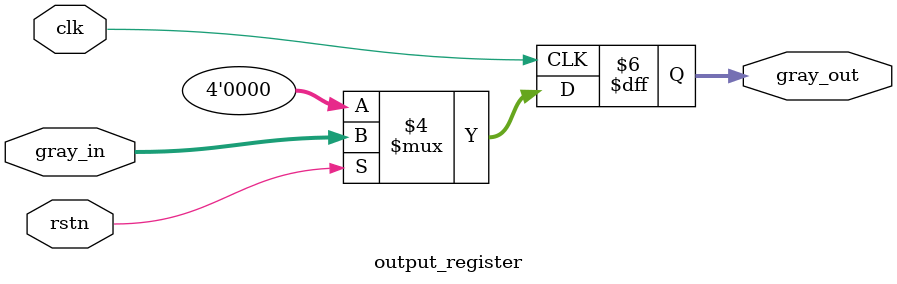
<source format=sv>
module gray_counter #(parameter W=4) (
    input clk, rstn,
    output [W-1:0] gray
);
    wire [W-1:0] bin;
    wire [W-1:0] next_bin;
    wire [W-1:0] gray_out;
    
    // 二进制计数器子模块
    binary_counter #(
        .WIDTH(W)
    ) bin_counter_inst (
        .clk(clk),
        .rstn(rstn),
        .bin_out(bin),
        .next_bin(next_bin)
    );
    
    // 二进制到格雷码转换器子模块
    bin2gray_converter #(
        .WIDTH(W)
    ) converter_inst (
        .bin_in(next_bin),
        .gray_out(gray_out)
    );
    
    // 输出寄存器子模块
    output_register #(
        .WIDTH(W)
    ) out_reg_inst (
        .clk(clk),
        .rstn(rstn),
        .gray_in(gray_out),
        .gray_out(gray)
    );
endmodule

// 二进制计数器子模块
module binary_counter #(parameter WIDTH=4) (
    input clk,
    input rstn,
    output reg [WIDTH-1:0] bin_out,
    output [WIDTH-1:0] next_bin
);
    assign next_bin = bin_out + 1'b1;
    
    always @(posedge clk) begin
        if (!rstn) begin
            bin_out <= {WIDTH{1'b0}};
        end
        else begin
            bin_out <= next_bin;
        end
    end
endmodule

// 二进制到格雷码转换器子模块
module bin2gray_converter #(parameter WIDTH=4) (
    input [WIDTH-1:0] bin_in,
    output [WIDTH-1:0] gray_out
);
    // 桶形移位器实现右移1位
    wire [WIDTH-1:0] shifted_bin;
    
    // 使用多路复用器结构替代直接的(bin >> 1)
    assign shifted_bin = {1'b0, bin_in[WIDTH-1:1]};
    
    // 格雷码转换逻辑
    assign gray_out = shifted_bin ^ bin_in;
endmodule

// 输出寄存器子模块
module output_register #(parameter WIDTH=4) (
    input clk,
    input rstn,
    input [WIDTH-1:0] gray_in,
    output reg [WIDTH-1:0] gray_out
);
    always @(posedge clk) begin
        if (!rstn) begin
            gray_out <= {WIDTH{1'b0}};
        end
        else begin
            gray_out <= gray_in;
        end
    end
endmodule
</source>
